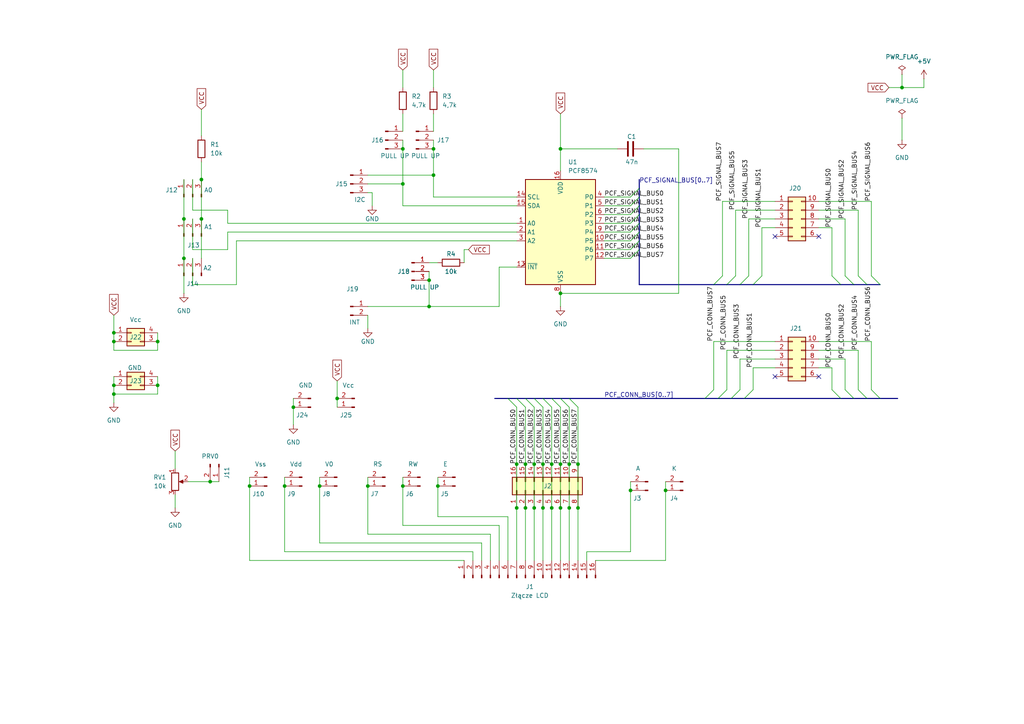
<source format=kicad_sch>
(kicad_sch (version 20231120) (generator "eeschema") (generator_version "8.0")
  (paper "A4")
  (lib_symbols
    (symbol "Connector:Conn_01x02_Pin" (pin_names (offset 1.016) hide)
      (property "Reference" "J" (at 0 2.54 0))
      (property "Value" "Conn_01x02_Pin" (at 0 -5.08 0))
      (symbol "Conn_01x02_Pin_1_1"
        (polyline (pts (xy 1.27 -2.54) (xy 0.8636 -2.54)) (stroke (width 0.1524)))
        (polyline (pts (xy 1.27 0) (xy 0.8636 0)) (stroke (width 0.1524)))
        (rectangle (start 0.8636 -2.413) (end 0 -2.667) (stroke (width 0.1524)) (fill (type outline)))
        (rectangle (start 0.8636 0.127) (end 0 -0.127) (stroke (width 0.1524)) (fill (type outline)))
        (pin passive line (at 5.08 0 180) (length 3.81) (name "Pin_1") (number "1"))
        (pin passive line (at 5.08 -2.54 180) (length 3.81) (name "Pin_2") (number "2"))
      )
    )
    (symbol "Connector:Conn_01x03_Pin" (pin_names (offset 1.016) hide)
      (property "Reference" "J" (at 0 5.08 0))
      (property "Value" "Conn_01x03_Pin" (at 0 -5.08 0))
      (symbol "Conn_01x03_Pin_1_1"
        (polyline (pts (xy 1.27 -2.54) (xy 0.8636 -2.54)) (stroke (width 0.1524)))
        (polyline (pts (xy 1.27 0) (xy 0.8636 0)) (stroke (width 0.1524)))
        (polyline (pts (xy 1.27 2.54) (xy 0.8636 2.54)) (stroke (width 0.1524)))
        (rectangle (start 0.8636 -2.413) (end 0 -2.667) (stroke (width 0.1524)) (fill (type outline)))
        (rectangle (start 0.8636 0.127) (end 0 -0.127) (stroke (width 0.1524)) (fill (type outline)))
        (rectangle (start 0.8636 2.667) (end 0 2.413) (stroke (width 0.1524)) (fill (type outline)))
        (pin passive line (at 5.08 2.54 180) (length 3.81) (name "Pin_1") (number "1"))
        (pin passive line (at 5.08 0 180) (length 3.81) (name "Pin_2") (number "2"))
        (pin passive line (at 5.08 -2.54 180) (length 3.81) (name "Pin_3") (number "3"))
      )
    )
    (symbol "Connector:Conn_01x16_Pin" (pin_names (offset 1.016) hide)
      (property "Reference" "J" (at 0 20.32 0))
      (property "Value" "Conn_01x16_Pin" (at 0 -22.86 0))
      (symbol "Conn_01x16_Pin_1_1"
        (polyline (pts (xy 1.27 -20.32) (xy 0.8636 -20.32)) (stroke (width 0.1524)))
        (polyline (pts (xy 1.27 -17.78) (xy 0.8636 -17.78)) (stroke (width 0.1524)))
        (polyline (pts (xy 1.27 -15.24) (xy 0.8636 -15.24)) (stroke (width 0.1524)))
        (polyline (pts (xy 1.27 -12.7) (xy 0.8636 -12.7)) (stroke (width 0.1524)))
        (polyline (pts (xy 1.27 -10.16) (xy 0.8636 -10.16)) (stroke (width 0.1524)))
        (polyline (pts (xy 1.27 -7.62) (xy 0.8636 -7.62)) (stroke (width 0.1524)))
        (polyline (pts (xy 1.27 -5.08) (xy 0.8636 -5.08)) (stroke (width 0.1524)))
        (polyline (pts (xy 1.27 -2.54) (xy 0.8636 -2.54)) (stroke (width 0.1524)))
        (polyline (pts (xy 1.27 0) (xy 0.8636 0)) (stroke (width 0.1524)))
        (polyline (pts (xy 1.27 2.54) (xy 0.8636 2.54)) (stroke (width 0.1524)))
        (polyline (pts (xy 1.27 5.08) (xy 0.8636 5.08)) (stroke (width 0.1524)))
        (polyline (pts (xy 1.27 7.62) (xy 0.8636 7.62)) (stroke (width 0.1524)))
        (polyline (pts (xy 1.27 10.16) (xy 0.8636 10.16)) (stroke (width 0.1524)))
        (polyline (pts (xy 1.27 12.7) (xy 0.8636 12.7)) (stroke (width 0.1524)))
        (polyline (pts (xy 1.27 15.24) (xy 0.8636 15.24)) (stroke (width 0.1524)))
        (polyline (pts (xy 1.27 17.78) (xy 0.8636 17.78)) (stroke (width 0.1524)))
        (rectangle (start 0.8636 -20.193) (end 0 -20.447) (stroke (width 0.1524)) (fill (type outline)))
        (rectangle (start 0.8636 -17.653) (end 0 -17.907) (stroke (width 0.1524)) (fill (type outline)))
        (rectangle (start 0.8636 -15.113) (end 0 -15.367) (stroke (width 0.1524)) (fill (type outline)))
        (rectangle (start 0.8636 -12.573) (end 0 -12.827) (stroke (width 0.1524)) (fill (type outline)))
        (rectangle (start 0.8636 -10.033) (end 0 -10.287) (stroke (width 0.1524)) (fill (type outline)))
        (rectangle (start 0.8636 -7.493) (end 0 -7.747) (stroke (width 0.1524)) (fill (type outline)))
        (rectangle (start 0.8636 -4.953) (end 0 -5.207) (stroke (width 0.1524)) (fill (type outline)))
        (rectangle (start 0.8636 -2.413) (end 0 -2.667) (stroke (width 0.1524)) (fill (type outline)))
        (rectangle (start 0.8636 0.127) (end 0 -0.127) (stroke (width 0.1524)) (fill (type outline)))
        (rectangle (start 0.8636 2.667) (end 0 2.413) (stroke (width 0.1524)) (fill (type outline)))
        (rectangle (start 0.8636 5.207) (end 0 4.953) (stroke (width 0.1524)) (fill (type outline)))
        (rectangle (start 0.8636 7.747) (end 0 7.493) (stroke (width 0.1524)) (fill (type outline)))
        (rectangle (start 0.8636 10.287) (end 0 10.033) (stroke (width 0.1524)) (fill (type outline)))
        (rectangle (start 0.8636 12.827) (end 0 12.573) (stroke (width 0.1524)) (fill (type outline)))
        (rectangle (start 0.8636 15.367) (end 0 15.113) (stroke (width 0.1524)) (fill (type outline)))
        (rectangle (start 0.8636 17.907) (end 0 17.653) (stroke (width 0.1524)) (fill (type outline)))
        (pin passive line (at 5.08 17.78 180) (length 3.81) (name "Pin_1") (number "1"))
        (pin passive line (at 5.08 -5.08 180) (length 3.81) (name "Pin_10") (number "10"))
        (pin passive line (at 5.08 -7.62 180) (length 3.81) (name "Pin_11") (number "11"))
        (pin passive line (at 5.08 -10.16 180) (length 3.81) (name "Pin_12") (number "12"))
        (pin passive line (at 5.08 -12.7 180) (length 3.81) (name "Pin_13") (number "13"))
        (pin passive line (at 5.08 -15.24 180) (length 3.81) (name "Pin_14") (number "14"))
        (pin passive line (at 5.08 -17.78 180) (length 3.81) (name "Pin_15") (number "15"))
        (pin passive line (at 5.08 -20.32 180) (length 3.81) (name "Pin_16") (number "16"))
        (pin passive line (at 5.08 15.24 180) (length 3.81) (name "Pin_2") (number "2"))
        (pin passive line (at 5.08 12.7 180) (length 3.81) (name "Pin_3") (number "3"))
        (pin passive line (at 5.08 10.16 180) (length 3.81) (name "Pin_4") (number "4"))
        (pin passive line (at 5.08 7.62 180) (length 3.81) (name "Pin_5") (number "5"))
        (pin passive line (at 5.08 5.08 180) (length 3.81) (name "Pin_6") (number "6"))
        (pin passive line (at 5.08 2.54 180) (length 3.81) (name "Pin_7") (number "7"))
        (pin passive line (at 5.08 0 180) (length 3.81) (name "Pin_8") (number "8"))
        (pin passive line (at 5.08 -2.54 180) (length 3.81) (name "Pin_9") (number "9"))
      )
    )
    (symbol "Connector_Generic:Conn_02x02_Counter_Clockwise" (pin_names (offset 1.016) hide)
      (property "Reference" "J" (at 1.27 2.54 0))
      (property "Value" "Conn_02x02_Counter_Clockwise" (at 1.27 -5.08 0))
      (symbol "Conn_02x02_Counter_Clockwise_1_1"
        (rectangle (start -1.27 -2.413) (end 0 -2.667) (stroke (width 0.1524)))
        (rectangle (start -1.27 0.127) (end 0 -0.127) (stroke (width 0.1524)))
        (rectangle (start -1.27 1.27) (end 3.81 -3.81) (stroke (width 0.254)) (fill (type background)))
        (rectangle (start 3.81 -2.413) (end 2.54 -2.667) (stroke (width 0.1524)))
        (rectangle (start 3.81 0.127) (end 2.54 -0.127) (stroke (width 0.1524)))
        (pin passive line (at -5.08 0 0) (length 3.81) (name "Pin_1") (number "1"))
        (pin passive line (at -5.08 -2.54 0) (length 3.81) (name "Pin_2") (number "2"))
        (pin passive line (at 7.62 -2.54 180) (length 3.81) (name "Pin_3") (number "3"))
        (pin passive line (at 7.62 0 180) (length 3.81) (name "Pin_4") (number "4"))
      )
    )
    (symbol "Connector_Generic:Conn_02x05_Counter_Clockwise" (pin_names (offset 1.016) hide)
      (property "Reference" "J" (at 1.27 7.62 0))
      (property "Value" "Conn_02x05_Counter_Clockwise" (at 1.27 -7.62 0))
      (symbol "Conn_02x05_Counter_Clockwise_1_1"
        (rectangle (start -1.27 -4.953) (end 0 -5.207) (stroke (width 0.1524)))
        (rectangle (start -1.27 -2.413) (end 0 -2.667) (stroke (width 0.1524)))
        (rectangle (start -1.27 0.127) (end 0 -0.127) (stroke (width 0.1524)))
        (rectangle (start -1.27 2.667) (end 0 2.413) (stroke (width 0.1524)))
        (rectangle (start -1.27 5.207) (end 0 4.953) (stroke (width 0.1524)))
        (rectangle (start -1.27 6.35) (end 3.81 -6.35) (stroke (width 0.254)) (fill (type background)))
        (rectangle (start 3.81 -4.953) (end 2.54 -5.207) (stroke (width 0.1524)))
        (rectangle (start 3.81 -2.413) (end 2.54 -2.667) (stroke (width 0.1524)))
        (rectangle (start 3.81 0.127) (end 2.54 -0.127) (stroke (width 0.1524)))
        (rectangle (start 3.81 2.667) (end 2.54 2.413) (stroke (width 0.1524)))
        (rectangle (start 3.81 5.207) (end 2.54 4.953) (stroke (width 0.1524)))
        (pin passive line (at -5.08 5.08 0) (length 3.81) (name "Pin_1") (number "1"))
        (pin passive line (at 7.62 5.08 180) (length 3.81) (name "Pin_10") (number "10"))
        (pin passive line (at -5.08 2.54 0) (length 3.81) (name "Pin_2") (number "2"))
        (pin passive line (at -5.08 0 0) (length 3.81) (name "Pin_3") (number "3"))
        (pin passive line (at -5.08 -2.54 0) (length 3.81) (name "Pin_4") (number "4"))
        (pin passive line (at -5.08 -5.08 0) (length 3.81) (name "Pin_5") (number "5"))
        (pin passive line (at 7.62 -5.08 180) (length 3.81) (name "Pin_6") (number "6"))
        (pin passive line (at 7.62 -2.54 180) (length 3.81) (name "Pin_7") (number "7"))
        (pin passive line (at 7.62 0 180) (length 3.81) (name "Pin_8") (number "8"))
        (pin passive line (at 7.62 2.54 180) (length 3.81) (name "Pin_9") (number "9"))
      )
    )
    (symbol "Connector_Generic:Conn_02x08_Counter_Clockwise" (pin_names (offset 1.016) hide)
      (property "Reference" "J" (at 1.27 10.16 0))
      (property "Value" "Conn_02x08_Counter_Clockwise" (at 1.27 -12.7 0))
      (symbol "Conn_02x08_Counter_Clockwise_1_1"
        (rectangle (start -1.27 -10.033) (end 0 -10.287) (stroke (width 0.1524)))
        (rectangle (start -1.27 -7.493) (end 0 -7.747) (stroke (width 0.1524)))
        (rectangle (start -1.27 -4.953) (end 0 -5.207) (stroke (width 0.1524)))
        (rectangle (start -1.27 -2.413) (end 0 -2.667) (stroke (width 0.1524)))
        (rectangle (start -1.27 0.127) (end 0 -0.127) (stroke (width 0.1524)))
        (rectangle (start -1.27 2.667) (end 0 2.413) (stroke (width 0.1524)))
        (rectangle (start -1.27 5.207) (end 0 4.953) (stroke (width 0.1524)))
        (rectangle (start -1.27 7.747) (end 0 7.493) (stroke (width 0.1524)))
        (rectangle (start -1.27 8.89) (end 3.81 -11.43) (stroke (width 0.254)) (fill (type background)))
        (rectangle (start 3.81 -10.033) (end 2.54 -10.287) (stroke (width 0.1524)))
        (rectangle (start 3.81 -7.493) (end 2.54 -7.747) (stroke (width 0.1524)))
        (rectangle (start 3.81 -4.953) (end 2.54 -5.207) (stroke (width 0.1524)))
        (rectangle (start 3.81 -2.413) (end 2.54 -2.667) (stroke (width 0.1524)))
        (rectangle (start 3.81 0.127) (end 2.54 -0.127) (stroke (width 0.1524)))
        (rectangle (start 3.81 2.667) (end 2.54 2.413) (stroke (width 0.1524)))
        (rectangle (start 3.81 5.207) (end 2.54 4.953) (stroke (width 0.1524)))
        (rectangle (start 3.81 7.747) (end 2.54 7.493) (stroke (width 0.1524)))
        (pin passive line (at -5.08 7.62 0) (length 3.81) (name "Pin_1") (number "1"))
        (pin passive line (at 7.62 -7.62 180) (length 3.81) (name "Pin_10") (number "10"))
        (pin passive line (at 7.62 -5.08 180) (length 3.81) (name "Pin_11") (number "11"))
        (pin passive line (at 7.62 -2.54 180) (length 3.81) (name "Pin_12") (number "12"))
        (pin passive line (at 7.62 0 180) (length 3.81) (name "Pin_13") (number "13"))
        (pin passive line (at 7.62 2.54 180) (length 3.81) (name "Pin_14") (number "14"))
        (pin passive line (at 7.62 5.08 180) (length 3.81) (name "Pin_15") (number "15"))
        (pin passive line (at 7.62 7.62 180) (length 3.81) (name "Pin_16") (number "16"))
        (pin passive line (at -5.08 5.08 0) (length 3.81) (name "Pin_2") (number "2"))
        (pin passive line (at -5.08 2.54 0) (length 3.81) (name "Pin_3") (number "3"))
        (pin passive line (at -5.08 0 0) (length 3.81) (name "Pin_4") (number "4"))
        (pin passive line (at -5.08 -2.54 0) (length 3.81) (name "Pin_5") (number "5"))
        (pin passive line (at -5.08 -5.08 0) (length 3.81) (name "Pin_6") (number "6"))
        (pin passive line (at -5.08 -7.62 0) (length 3.81) (name "Pin_7") (number "7"))
        (pin passive line (at -5.08 -10.16 0) (length 3.81) (name "Pin_8") (number "8"))
        (pin passive line (at 7.62 -10.16 180) (length 3.81) (name "Pin_9") (number "9"))
      )
    )
    (symbol "Device:C" (pin_numbers hide) (pin_names (offset 0.254))
      (property "Reference" "C" (at 0.635 2.54 0))
      (property "Value" "C" (at 0.635 -2.54 0))
      (symbol "C_0_1"
        (polyline (pts (xy -2.032 -0.762) (xy 2.032 -0.762)) (stroke (width 0.508)))
        (polyline (pts (xy -2.032 0.762) (xy 2.032 0.762)) (stroke (width 0.508)))
      )
      (symbol "C_1_1"
        (pin passive line (at 0 3.81 270) (length 2.794) (name "~") (number "1"))
        (pin passive line (at 0 -3.81 90) (length 2.794) (name "~") (number "2"))
      )
    )
    (symbol "Device:R" (pin_numbers hide) (pin_names (offset 0))
      (property "Reference" "R" (at 2.032 0 90))
      (property "Value" "R" (at 0 0 90))
      (symbol "R_0_1"
        (rectangle (start -1.016 -2.54) (end 1.016 2.54) (stroke (width 0.254)))
      )
      (symbol "R_1_1"
        (pin passive line (at 0 3.81 270) (length 1.27) (name "~") (number "1"))
        (pin passive line (at 0 -3.81 90) (length 1.27) (name "~") (number "2"))
      )
    )
    (symbol "Device:R_Potentiometer" (pin_names (offset 1.016) hide)
      (property "Reference" "RV" (at -4.445 0 90))
      (property "Value" "R_Potentiometer" (at -2.54 0 90))
      (symbol "R_Potentiometer_0_1"
        (polyline (pts (xy 2.54 0) (xy 1.524 0)))
        (polyline (pts (xy 1.143 0) (xy 2.286 0.508) (xy 2.286 -0.508) (xy 1.143 0)) (fill (type outline)))
        (rectangle (start 1.016 2.54) (end -1.016 -2.54) (stroke (width 0.254)))
      )
      (symbol "R_Potentiometer_1_1"
        (pin passive line (at 0 3.81 270) (length 1.27) (name "1") (number "1"))
        (pin passive line (at 3.81 0 180) (length 1.27) (name "2") (number "2"))
        (pin passive line (at 0 -3.81 90) (length 1.27) (name "3") (number "3"))
      )
    )
    (symbol "Interface_Expansion:PCF8574"
      (property "Reference" "U" (at -8.89 16.51 0))
      (property "Value" "PCF8574" (at 2.54 16.51 0))
      (symbol "PCF8574_0_1"
        (rectangle (start -10.16 15.24) (end 10.16 -15.24) (stroke (width 0.254)) (fill (type background)))
      )
      (symbol "PCF8574_1_1"
        (pin input line (at -12.7 2.54 0) (length 2.54) (name "A0") (number "1"))
        (pin bidirectional line (at 12.7 -2.54 180) (length 2.54) (name "P5") (number "10"))
        (pin bidirectional line (at 12.7 -5.08 180) (length 2.54) (name "P6") (number "11"))
        (pin bidirectional line (at 12.7 -7.62 180) (length 2.54) (name "P7") (number "12"))
        (pin open_collector output_low (at -12.7 -10.16 0) (length 2.54) (name "~{INT}") (number "13"))
        (pin input line (at -12.7 10.16 0) (length 2.54) (name "SCL") (number "14"))
        (pin bidirectional line (at -12.7 7.62 0) (length 2.54) (name "SDA") (number "15"))
        (pin power_in line (at 0 17.78 270) (length 2.54) (name "VDD") (number "16"))
        (pin input line (at -12.7 0 0) (length 2.54) (name "A1") (number "2"))
        (pin input line (at -12.7 -2.54 0) (length 2.54) (name "A2") (number "3"))
        (pin bidirectional line (at 12.7 10.16 180) (length 2.54) (name "P0") (number "4"))
        (pin bidirectional line (at 12.7 7.62 180) (length 2.54) (name "P1") (number "5"))
        (pin bidirectional line (at 12.7 5.08 180) (length 2.54) (name "P2") (number "6"))
        (pin bidirectional line (at 12.7 2.54 180) (length 2.54) (name "P3") (number "7"))
        (pin power_in line (at 0 -17.78 90) (length 2.54) (name "VSS") (number "8"))
        (pin bidirectional line (at 12.7 0 180) (length 2.54) (name "P4") (number "9"))
      )
    )
    (symbol "power:+5V" (power) (pin_numbers hide) (pin_names (offset 0) hide)
      (property "Value" "+5V" (at 0 3.556 0))
      (symbol "+5V_0_1"
        (polyline (pts (xy -0.762 1.27) (xy 0 2.54)))
        (polyline (pts (xy 0 0) (xy 0 2.54)))
        (polyline (pts (xy 0 2.54) (xy 0.762 1.27)))
      )
      (symbol "+5V_1_1"
        (pin power_in line (at 0 0 90) (length 0) (name "~") (number "1"))
      )
    )
    (symbol "power:GND" (power) (pin_numbers hide) (pin_names (offset 0) hide)
      (property "Value" "GND" (at 0 -3.81 0))
      (symbol "GND_0_1"
        (polyline (pts (xy 0 0) (xy 0 -1.27) (xy 1.27 -1.27) (xy 0 -2.54) (xy -1.27 -1.27) (xy 0 -1.27)))
      )
      (symbol "GND_1_1"
        (pin power_in line (at 0 0 270) (length 0) (name "~") (number "1"))
      )
    )
    (symbol "power:PWR_FLAG" (power) (pin_numbers hide) (pin_names (offset 0) hide)
      (property "Value" "PWR_FLAG" (at 0 3.81 0))
      (symbol "PWR_FLAG_0_0"
        (pin power_out line (at 0 0 90) (length 0) (name "~") (number "1"))
      )
      (symbol "PWR_FLAG_0_1"
        (polyline (pts (xy 0 0) (xy 0 1.27) (xy -1.016 1.905) (xy 0 2.54) (xy 1.016 1.905) (xy 0 1.27)))
      )
    )
  )
  (junction (at 162.56 134.62))
  (junction (at 162.56 43.18))
  (junction (at 85.09 118.11))
  (junction (at 149.86 147.32))
  (junction (at 53.34 63.5))
  (junction (at 124.46 88.9))
  (junction (at 152.4 147.32))
  (junction (at 160.02 134.62))
  (junction (at 162.56 147.32))
  (junction (at 167.64 147.32))
  (junction (at 116.84 43.18))
  (junction (at 154.94 147.32))
  (junction (at 157.48 134.62))
  (junction (at 92.71 140.97))
  (junction (at 60.96 139.7))
  (junction (at 127 140.97))
  (junction (at 157.48 147.32))
  (junction (at 33.02 114.3))
  (junction (at 82.55 140.97))
  (junction (at 116.84 140.97))
  (junction (at 160.02 147.32))
  (junction (at 165.1 147.32))
  (junction (at 182.88 142.24))
  (junction (at 72.39 140.97))
  (junction (at 45.72 99.06))
  (junction (at 124.46 81.28))
  (junction (at 53.34 74.93))
  (junction (at 125.73 43.18))
  (junction (at 261.62 25.4))
  (junction (at 58.42 63.5))
  (junction (at 165.1 134.62))
  (junction (at 193.04 142.24))
  (junction (at 149.86 134.62))
  (junction (at 45.72 111.76))
  (junction (at 33.02 111.76))
  (junction (at 167.64 134.62))
  (junction (at 106.68 140.97))
  (junction (at 125.73 50.8))
  (junction (at 33.02 96.52))
  (junction (at 152.4 134.62))
  (junction (at 97.79 115.57))
  (junction (at 154.94 134.62))
  (junction (at 116.84 53.34))
  (junction (at 33.02 99.06))
  (junction (at 58.42 52.07))
  (junction (at 162.56 85.09))
  (no_connect (at 237.49 109.22))
  (no_connect (at 237.49 68.58))
  (no_connect (at 224.79 109.22))
  (no_connect (at 224.79 68.58))
  (bus_entry (at 255.27 115.57) (size -2.54 -2.54))
  (bus_entry (at 149.86 115.57) (size 2.54 2.54))
  (bus_entry (at 247.65 115.57) (size -2.54 -2.54))
  (bus_entry (at 243.84 115.57) (size -2.54 -2.54))
  (bus_entry (at 152.4 115.57) (size 2.54 2.54))
  (bus_entry (at 185.42 64.77) (size -2.54 2.54))
  (bus_entry (at 165.1 115.57) (size 2.54 2.54))
  (bus_entry (at 243.84 82.55) (size -2.54 -2.54))
  (bus_entry (at 204.47 115.57) (size 2.54 -2.54))
  (bus_entry (at 154.94 115.57) (size 2.54 2.54))
  (bus_entry (at 160.02 115.57) (size 2.54 2.54))
  (bus_entry (at 147.32 115.57) (size 2.54 2.54))
  (bus_entry (at 214.63 82.55) (size 2.54 -2.54))
  (bus_entry (at 185.42 57.15) (size -2.54 2.54))
  (bus_entry (at 247.65 82.55) (size -2.54 -2.54))
  (bus_entry (at 218.44 82.55) (size 2.54 -2.54))
  (bus_entry (at 251.46 82.55) (size -2.54 -2.54))
  (bus_entry (at 185.42 72.39) (size -2.54 2.54))
  (bus_entry (at 185.42 67.31) (size -2.54 2.54))
  (bus_entry (at 215.9 115.57) (size 2.54 -2.54))
  (bus_entry (at 185.42 62.23) (size -2.54 2.54))
  (bus_entry (at 185.42 54.61) (size -2.54 2.54))
  (bus_entry (at 185.42 69.85) (size -2.54 2.54))
  (bus_entry (at 208.28 115.57) (size 2.54 -2.54))
  (bus_entry (at 255.27 82.55) (size -2.54 -2.54))
  (bus_entry (at 210.82 82.55) (size 2.54 -2.54))
  (bus_entry (at 207.01 82.55) (size 2.54 -2.54))
  (bus_entry (at 251.46 115.57) (size -2.54 -2.54))
  (bus_entry (at 157.48 115.57) (size 2.54 2.54))
  (bus_entry (at 162.56 115.57) (size 2.54 2.54))
  (bus_entry (at 212.09 115.57) (size 2.54 -2.54))
  (bus_entry (at 185.42 59.69) (size -2.54 2.54))
  (wire (pts (xy 92.71 138.43) (xy 92.71 140.97)))
  (wire (pts (xy 245.11 104.14) (xy 237.49 104.14)))
  (wire (pts (xy 144.78 77.47) (xy 144.78 88.9)))
  (wire (pts (xy 33.02 91.44) (xy 33.02 96.52)))
  (wire (pts (xy 207.01 113.03) (xy 207.01 99.06)))
  (bus (pts (xy 160.02 115.57) (xy 162.56 115.57)))
  (wire (pts (xy 97.79 115.57) (xy 97.79 118.11)))
  (bus (pts (xy 143.51 115.57) (xy 147.32 115.57)))
  (wire (pts (xy 58.42 52.07) (xy 58.42 63.5)))
  (wire (pts (xy 116.84 138.43) (xy 116.84 140.97)))
  (wire (pts (xy 53.34 52.07) (xy 53.34 63.5)))
  (wire (pts (xy 124.46 76.2) (xy 127 76.2)))
  (wire (pts (xy 261.62 25.4) (xy 267.97 25.4)))
  (wire (pts (xy 182.88 142.24) (xy 182.88 160.02)))
  (wire (pts (xy 33.02 114.3) (xy 33.02 116.84)))
  (bus (pts (xy 185.42 72.39) (xy 185.42 82.55)))
  (wire (pts (xy 33.02 96.52) (xy 33.02 99.06)))
  (wire (pts (xy 193.04 139.7) (xy 193.04 142.24)))
  (bus (pts (xy 185.42 69.85) (xy 185.42 72.39)))
  (wire (pts (xy 149.86 134.62) (xy 149.86 147.32)))
  (wire (pts (xy 45.72 109.22) (xy 45.72 111.76)))
  (wire (pts (xy 175.26 59.69) (xy 182.88 59.69)))
  (wire (pts (xy 147.32 149.86) (xy 127 149.86)))
  (wire (pts (xy 162.56 85.09) (xy 196.85 85.09)))
  (wire (pts (xy 124.46 81.28) (xy 124.46 88.9)))
  (wire (pts (xy 193.04 162.56) (xy 193.04 142.24)))
  (wire (pts (xy 157.48 134.62) (xy 157.48 147.32)))
  (wire (pts (xy 66.04 60.96) (xy 66.04 64.77)))
  (wire (pts (xy 144.78 152.4) (xy 116.84 152.4)))
  (wire (pts (xy 97.79 110.49) (xy 97.79 115.57)))
  (wire (pts (xy 125.73 50.8) (xy 125.73 57.15)))
  (wire (pts (xy 175.26 74.93) (xy 182.88 74.93)))
  (wire (pts (xy 54.61 139.7) (xy 60.96 139.7)))
  (wire (pts (xy 162.56 33.02) (xy 162.56 43.18)))
  (wire (pts (xy 125.73 43.18) (xy 125.73 50.8)))
  (wire (pts (xy 257.81 25.4) (xy 261.62 25.4)))
  (wire (pts (xy 82.55 140.97) (xy 82.55 160.02)))
  (wire (pts (xy 241.3 66.04) (xy 237.49 66.04)))
  (wire (pts (xy 165.1 147.32) (xy 165.1 162.56)))
  (bus (pts (xy 185.42 59.69) (xy 185.42 62.23)))
  (wire (pts (xy 85.09 115.57) (xy 85.09 118.11)))
  (bus (pts (xy 251.46 82.55) (xy 255.27 82.55)))
  (wire (pts (xy 72.39 140.97) (xy 72.39 162.56)))
  (bus (pts (xy 185.42 52.07) (xy 185.42 54.61)))
  (wire (pts (xy 220.98 80.01) (xy 220.98 66.04)))
  (wire (pts (xy 217.17 80.01) (xy 217.17 63.5)))
  (wire (pts (xy 172.72 162.56) (xy 193.04 162.56)))
  (wire (pts (xy 160.02 134.62) (xy 160.02 147.32)))
  (wire (pts (xy 170.18 162.56) (xy 170.18 160.02)))
  (wire (pts (xy 68.58 82.55) (xy 68.58 69.85)))
  (bus (pts (xy 185.42 62.23) (xy 185.42 64.77)))
  (wire (pts (xy 134.62 72.39) (xy 134.62 76.2)))
  (wire (pts (xy 45.72 99.06) (xy 45.72 101.6)))
  (wire (pts (xy 196.85 43.18) (xy 186.69 43.18)))
  (wire (pts (xy 106.68 50.8) (xy 125.73 50.8)))
  (wire (pts (xy 245.11 113.03) (xy 245.11 104.14)))
  (bus (pts (xy 247.65 82.55) (xy 251.46 82.55)))
  (bus (pts (xy 243.84 82.55) (xy 247.65 82.55)))
  (wire (pts (xy 210.82 101.6) (xy 224.79 101.6)))
  (wire (pts (xy 139.7 162.56) (xy 139.7 157.48)))
  (wire (pts (xy 55.88 63.5) (xy 55.88 72.39)))
  (bus (pts (xy 207.01 82.55) (xy 210.82 82.55)))
  (wire (pts (xy 160.02 147.32) (xy 160.02 162.56)))
  (bus (pts (xy 165.1 115.57) (xy 204.47 115.57)))
  (wire (pts (xy 45.72 114.3) (xy 33.02 114.3)))
  (wire (pts (xy 241.3 66.04) (xy 241.3 80.01)))
  (wire (pts (xy 245.11 80.01) (xy 245.11 63.5)))
  (wire (pts (xy 213.36 80.01) (xy 213.36 60.96)))
  (wire (pts (xy 175.26 67.31) (xy 182.88 67.31)))
  (wire (pts (xy 85.09 118.11) (xy 85.09 123.19)))
  (wire (pts (xy 116.84 140.97) (xy 116.84 152.4)))
  (wire (pts (xy 152.4 147.32) (xy 152.4 162.56)))
  (wire (pts (xy 127 138.43) (xy 127 140.97)))
  (wire (pts (xy 106.68 138.43) (xy 106.68 140.97)))
  (wire (pts (xy 53.34 74.93) (xy 53.34 85.09)))
  (bus (pts (xy 215.9 115.57) (xy 243.84 115.57)))
  (bus (pts (xy 185.42 82.55) (xy 207.01 82.55)))
  (wire (pts (xy 218.44 106.68) (xy 224.79 106.68)))
  (bus (pts (xy 214.63 82.55) (xy 218.44 82.55)))
  (wire (pts (xy 107.95 55.88) (xy 107.95 59.69)))
  (wire (pts (xy 175.26 64.77) (xy 182.88 64.77)))
  (wire (pts (xy 124.46 78.74) (xy 124.46 81.28)))
  (bus (pts (xy 152.4 115.57) (xy 154.94 115.57)))
  (wire (pts (xy 162.56 43.18) (xy 162.56 49.53)))
  (wire (pts (xy 116.84 43.18) (xy 116.84 53.34)))
  (wire (pts (xy 125.73 33.02) (xy 125.73 38.1)))
  (wire (pts (xy 33.02 109.22) (xy 33.02 111.76)))
  (bus (pts (xy 185.42 57.15) (xy 185.42 59.69)))
  (wire (pts (xy 252.73 99.06) (xy 237.49 99.06)))
  (wire (pts (xy 149.86 147.32) (xy 149.86 162.56)))
  (wire (pts (xy 237.49 63.5) (xy 245.11 63.5)))
  (wire (pts (xy 207.01 99.06) (xy 224.79 99.06)))
  (wire (pts (xy 147.32 162.56) (xy 147.32 149.86)))
  (wire (pts (xy 167.64 147.32) (xy 167.64 162.56)))
  (wire (pts (xy 144.78 162.56) (xy 144.78 152.4)))
  (wire (pts (xy 124.46 88.9) (xy 106.68 88.9)))
  (wire (pts (xy 214.63 104.14) (xy 224.79 104.14)))
  (bus (pts (xy 210.82 82.55) (xy 214.63 82.55)))
  (wire (pts (xy 160.02 118.11) (xy 160.02 134.62)))
  (wire (pts (xy 137.16 162.56) (xy 137.16 160.02)))
  (wire (pts (xy 55.88 72.39) (xy 66.04 72.39)))
  (wire (pts (xy 55.88 82.55) (xy 68.58 82.55)))
  (bus (pts (xy 218.44 82.55) (xy 243.84 82.55)))
  (wire (pts (xy 149.86 77.47) (xy 144.78 77.47)))
  (wire (pts (xy 50.8 143.51) (xy 50.8 147.32)))
  (wire (pts (xy 167.64 134.62) (xy 167.64 147.32)))
  (wire (pts (xy 248.92 101.6) (xy 237.49 101.6)))
  (wire (pts (xy 106.68 140.97) (xy 106.68 154.94)))
  (wire (pts (xy 142.24 154.94) (xy 106.68 154.94)))
  (bus (pts (xy 147.32 115.57) (xy 149.86 115.57)))
  (wire (pts (xy 152.4 118.11) (xy 152.4 134.62)))
  (wire (pts (xy 55.88 52.07) (xy 55.88 60.96)))
  (wire (pts (xy 162.56 147.32) (xy 162.56 162.56)))
  (wire (pts (xy 66.04 72.39) (xy 66.04 67.31)))
  (wire (pts (xy 220.98 66.04) (xy 224.79 66.04)))
  (wire (pts (xy 162.56 134.62) (xy 162.56 147.32)))
  (wire (pts (xy 58.42 63.5) (xy 58.42 74.93)))
  (wire (pts (xy 237.49 58.42) (xy 252.73 58.42)))
  (bus (pts (xy 247.65 115.57) (xy 251.46 115.57)))
  (wire (pts (xy 53.34 63.5) (xy 53.34 74.93)))
  (wire (pts (xy 116.84 40.64) (xy 116.84 43.18)))
  (wire (pts (xy 50.8 130.81) (xy 50.8 135.89)))
  (bus (pts (xy 185.42 54.61) (xy 185.42 57.15)))
  (wire (pts (xy 261.62 34.29) (xy 261.62 40.64)))
  (wire (pts (xy 135.89 72.39) (xy 134.62 72.39)))
  (wire (pts (xy 252.73 80.01) (xy 252.73 58.42)))
  (wire (pts (xy 209.55 58.42) (xy 224.79 58.42)))
  (wire (pts (xy 45.72 96.52) (xy 45.72 99.06)))
  (bus (pts (xy 185.42 67.31) (xy 185.42 69.85)))
  (wire (pts (xy 134.62 162.56) (xy 72.39 162.56)))
  (wire (pts (xy 241.3 106.68) (xy 237.49 106.68)))
  (wire (pts (xy 116.84 20.32) (xy 116.84 25.4)))
  (wire (pts (xy 66.04 64.77) (xy 149.86 64.77)))
  (wire (pts (xy 116.84 59.69) (xy 149.86 59.69)))
  (wire (pts (xy 45.72 111.76) (xy 45.72 114.3)))
  (wire (pts (xy 68.58 69.85) (xy 149.86 69.85)))
  (wire (pts (xy 241.3 113.03) (xy 241.3 106.68)))
  (wire (pts (xy 248.92 80.01) (xy 248.92 60.96)))
  (wire (pts (xy 214.63 113.03) (xy 214.63 104.14)))
  (wire (pts (xy 139.7 157.48) (xy 92.71 157.48)))
  (wire (pts (xy 55.88 74.93) (xy 55.88 82.55)))
  (wire (pts (xy 106.68 53.34) (xy 116.84 53.34)))
  (bus (pts (xy 204.47 115.57) (xy 208.28 115.57)))
  (wire (pts (xy 149.86 118.11) (xy 149.86 134.62)))
  (wire (pts (xy 72.39 138.43) (xy 72.39 140.97)))
  (wire (pts (xy 248.92 113.03) (xy 248.92 101.6)))
  (bus (pts (xy 212.09 115.57) (xy 215.9 115.57)))
  (wire (pts (xy 106.68 91.44) (xy 106.68 95.25)))
  (wire (pts (xy 261.62 21.59) (xy 261.62 25.4)))
  (wire (pts (xy 116.84 53.34) (xy 116.84 59.69)))
  (wire (pts (xy 125.73 40.64) (xy 125.73 43.18)))
  (wire (pts (xy 252.73 113.03) (xy 252.73 99.06)))
  (wire (pts (xy 162.56 118.11) (xy 162.56 134.62)))
  (wire (pts (xy 162.56 85.09) (xy 162.56 88.9)))
  (wire (pts (xy 165.1 118.11) (xy 165.1 134.62)))
  (wire (pts (xy 157.48 147.32) (xy 157.48 162.56)))
  (bus (pts (xy 255.27 115.57) (xy 260.35 115.57)))
  (bus (pts (xy 208.28 115.57) (xy 212.09 115.57)))
  (wire (pts (xy 154.94 118.11) (xy 154.94 134.62)))
  (bus (pts (xy 157.48 115.57) (xy 160.02 115.57)))
  (wire (pts (xy 92.71 140.97) (xy 92.71 157.48)))
  (bus (pts (xy 185.42 64.77) (xy 185.42 67.31)))
  (wire (pts (xy 137.16 160.02) (xy 82.55 160.02)))
  (wire (pts (xy 154.94 134.62) (xy 154.94 147.32)))
  (wire (pts (xy 144.78 88.9) (xy 124.46 88.9)))
  (wire (pts (xy 66.04 67.31) (xy 149.86 67.31)))
  (wire (pts (xy 55.88 60.96) (xy 66.04 60.96)))
  (bus (pts (xy 149.86 115.57) (xy 152.4 115.57)))
  (wire (pts (xy 106.68 55.88) (xy 107.95 55.88)))
  (wire (pts (xy 116.84 33.02) (xy 116.84 38.1)))
  (wire (pts (xy 218.44 113.03) (xy 218.44 106.68)))
  (bus (pts (xy 162.56 115.57) (xy 165.1 115.57)))
  (bus (pts (xy 251.46 115.57) (xy 255.27 115.57)))
  (wire (pts (xy 175.26 62.23) (xy 182.88 62.23)))
  (wire (pts (xy 182.88 139.7) (xy 182.88 142.24)))
  (wire (pts (xy 58.42 31.75) (xy 58.42 39.37)))
  (wire (pts (xy 82.55 138.43) (xy 82.55 140.97)))
  (wire (pts (xy 154.94 147.32) (xy 154.94 162.56)))
  (wire (pts (xy 267.97 22.86) (xy 267.97 25.4)))
  (wire (pts (xy 217.17 63.5) (xy 224.79 63.5)))
  (wire (pts (xy 152.4 134.62) (xy 152.4 147.32)))
  (wire (pts (xy 125.73 20.32) (xy 125.73 25.4)))
  (wire (pts (xy 45.72 101.6) (xy 33.02 101.6)))
  (wire (pts (xy 170.18 160.02) (xy 182.88 160.02)))
  (bus (pts (xy 154.94 115.57) (xy 157.48 115.57)))
  (wire (pts (xy 165.1 134.62) (xy 165.1 147.32)))
  (wire (pts (xy 237.49 60.96) (xy 248.92 60.96)))
  (wire (pts (xy 209.55 80.01) (xy 209.55 58.42)))
  (wire (pts (xy 175.26 69.85) (xy 182.88 69.85)))
  (wire (pts (xy 175.26 57.15) (xy 182.88 57.15)))
  (wire (pts (xy 33.02 101.6) (xy 33.02 99.06)))
  (wire (pts (xy 58.42 46.99) (xy 58.42 52.07)))
  (wire (pts (xy 33.02 111.76) (xy 33.02 114.3)))
  (bus (pts (xy 243.84 115.57) (xy 247.65 115.57)))
  (wire (pts (xy 162.56 43.18) (xy 179.07 43.18)))
  (wire (pts (xy 125.73 57.15) (xy 149.86 57.15)))
  (wire (pts (xy 60.96 139.7) (xy 63.5 139.7)))
  (wire (pts (xy 210.82 113.03) (xy 210.82 101.6)))
  (wire (pts (xy 175.26 72.39) (xy 182.88 72.39)))
  (wire (pts (xy 167.64 118.11) (xy 167.64 134.62)))
  (wire (pts (xy 213.36 60.96) (xy 224.79 60.96)))
  (wire (pts (xy 196.85 43.18) (xy 196.85 85.09)))
  (wire (pts (xy 127 140.97) (xy 127 149.86)))
  (wire (pts (xy 157.48 118.11) (xy 157.48 134.62)))
  (wire (pts (xy 142.24 162.56) (xy 142.24 154.94)))
  (label "PCF_SIGNAL_BUS5" (at 175.26 69.85 0))
  (label "PCF_CONN_BUS1" (at 152.4 134.62 90))
  (label "PCF_CONN_BUS2" (at 154.94 134.62 90))
  (label "PCF_CONN_BUS2" (at 245.11 104.14 90))
  (label "PCF_SIGNAL_BUS[0..7]" (at 185.42 53.34 0))
  (label "PCF_SIGNAL_BUS3" (at 217.17 63.5 90))
  (label "PCF_CONN_BUS5" (at 162.56 134.62 90))
  (label "PCF_CONN_BUS4" (at 248.92 101.6 90))
  (label "PCF_CONN_BUS0" (at 149.86 134.62 90))
  (label "PCF_CONN_BUS7" (at 167.64 134.62 90))
  (label "PCF_CONN_BUS7" (at 207.01 99.06 90))
  (label "PCF_SIGNAL_BUS4" (at 175.26 67.31 0))
  (label "PCF_CONN_BUS6" (at 165.1 134.62 90))
  (label "PCF_SIGNAL_BUS1" (at 220.98 66.04 90))
  (label "PCF_CONN_BUS6" (at 252.73 99.06 90))
  (label "PCF_SIGNAL_BUS6" (at 252.73 58.42 90))
  (label "PCF_CONN_BUS1" (at 218.44 106.68 90))
  (label "PCF_CONN_BUS[0..7]" (at 175.26 115.57 0))
  (label "PCF_SIGNAL_BUS2" (at 175.26 62.23 0))
  (label "PCF_CONN_BUS3" (at 157.48 134.62 90))
  (label "PCF_SIGNAL_BUS6" (at 175.26 72.39 0))
  (label "PCF_SIGNAL_BUS7" (at 175.26 74.93 0))
  (label "PCF_SIGNAL_BUS3" (at 175.26 64.77 0))
  (label "PCF_CONN_BUS5" (at 210.82 101.6 90))
  (label "PCF_SIGNAL_BUS2" (at 245.11 63.5 90))
  (label "PCF_CONN_BUS4" (at 160.02 134.62 90))
  (label "PCF_SIGNAL_BUS4" (at 248.92 60.96 90))
  (label "PCF_SIGNAL_BUS5" (at 213.36 60.96 90))
  (label "PCF_CONN_BUS3" (at 214.63 104.14 90))
  (label "PCF_SIGNAL_BUS0" (at 175.26 57.15 0))
  (label "PCF_CONN_BUS0" (at 241.3 106.68 90))
  (label "PCF_SIGNAL_BUS1" (at 175.26 59.69 0))
  (label "PCF_SIGNAL_BUS0" (at 241.3 66.04 90))
  (label "PCF_SIGNAL_BUS7" (at 209.55 58.42 90))
  (global_label "VCC" (shape input) (at 58.42 31.75 90) (property "Intersheetrefs" "${INTERSHEET_REFS}" (effects (hide yes))))
  (global_label "VCC" (shape input) (at 162.56 33.02 90) (property "Intersheetrefs" "${INTERSHEET_REFS}" (effects (hide yes))))
  (global_label "VCC" (shape input) (at 135.89 72.39 0) (property "Intersheetrefs" "${INTERSHEET_REFS}" (effects (hide yes))))
  (global_label "VCC" (shape input) (at 116.84 20.32 90) (property "Intersheetrefs" "${INTERSHEET_REFS}" (effects (hide yes))))
  (global_label "VCC" (shape input) (at 97.79 110.49 90) (property "Intersheetrefs" "${INTERSHEET_REFS}" (effects (hide yes))))
  (global_label "VCC" (shape input) (at 257.81 25.4 180) (property "Intersheetrefs" "${INTERSHEET_REFS}" (effects (hide yes))))
  (global_label "VCC" (shape input) (at 125.73 20.32 90) (property "Intersheetrefs" "${INTERSHEET_REFS}" (effects (hide yes))))
  (global_label "VCC" (shape input) (at 33.02 91.44 90) (property "Intersheetrefs" "${INTERSHEET_REFS}" (effects (hide yes))))
  (global_label "VCC" (shape input) (at 50.8 130.81 90) (property "Intersheetrefs" "${INTERSHEET_REFS}" (effects (hide yes))))
  (symbol (lib_id "power:PWR_FLAG") (at 261.62 21.59 0) (unit 1)
    (property "Reference" "#FLG01" (effects (hide yes)))
    (property "Value" "PWR_FLAG" (at 261.62 16.51 0))
    (property "Description" "Special symbol for telling ERC where power comes from" (effects (hide yes)))
  )
  (symbol (lib_id "Device:R") (at 58.42 43.18 0) (unit 1)
    (property "Reference" "R1" (at 60.96 41.9099 0) (effects (justify left)))
    (property "Value" "10k" (at 60.96 44.4499 0) (effects (justify left)))
    (property "Footprint" "Library:R_Axial_DIN0207_L6.3mm_D2.5mm_P10.16mm_Horizontal_square" (effects (hide yes)))
    (property "Description" "Resistor" (effects (hide yes)))
  )
  (symbol (lib_id "Device:R") (at 130.81 76.2 90) (unit 1)
    (property "Reference" "R4" (at 130.81 73.66 90))
    (property "Value" "10k" (at 130.81 78.74 90))
    (property "Footprint" "Library:R_Axial_DIN0207_L6.3mm_D2.5mm_P10.16mm_Horizontal_square" (effects (hide yes)))
    (property "Description" "Resistor" (effects (hide yes)))
  )
  (symbol (lib_id "Connector:Conn_01x02_Pin") (at 187.96 142.24 180) (unit 1)
    (property "Reference" "J3" (at 183.642 144.526 0) (effects (justify right)))
    (property "Value" "A" (at 184.404 135.89 0) (effects (justify right)))
    (property "Footprint" "Library:PinSocket_1x02_P2.54mm_Vertical_square" (effects (hide yes)))
    (property "Description" "Generic connector, single row, 01x02, script generated" (effects (hide yes)))
  )
  (symbol (lib_id "Device:R") (at 125.73 29.21 0) (unit 1)
    (property "Reference" "R3" (at 128.27 27.9399 0) (effects (justify left)))
    (property "Value" "4,7k" (at 128.27 30.4799 0) (effects (justify left)))
    (property "Footprint" "Library:R_Axial_DIN0207_L6.3mm_D2.5mm_P10.16mm_Horizontal_square" (effects (hide yes)))
    (property "Description" "Resistor" (effects (hide yes)))
  )
  (symbol (lib_id "Connector:Conn_01x03_Pin") (at 55.88 68.58 90) (unit 1)
    (property "Reference" "J13" (at 56.134 71.12 90))
    (property "Value" "A1" (at 60.452 65.786 90))
    (property "Footprint" "Library:PinSocket_1x03_P2.54mm_Vertical" (effects (hide yes)))
    (property "Description" "Generic connector, single row, 01x03, script generated" (effects (hide yes)))
  )
  (symbol (lib_id "power:GND") (at 162.56 88.9 0) (unit 1)
    (property "Reference" "#PWR07" (effects (hide yes)))
    (property "Value" "GND" (at 162.56 93.98 0))
    (property "Description" "Power symbol creates a global label with name \"GND\" , ground" (effects (hide yes)))
  )
  (symbol (lib_id "Connector:Conn_01x02_Pin") (at 101.6 88.9 0) (unit 1)
    (property "Reference" "J19" (at 102.235 83.82 0))
    (property "Value" "INT" (at 102.87 93.472 0))
    (property "Footprint" "Connector_PinSocket_2.54mm:PinSocket_1x02_P2.54mm_Vertical" (effects (hide yes)))
    (property "Description" "Generic connector, single row, 01x02, script generated" (effects (hide yes)))
  )
  (symbol (lib_id "power:PWR_FLAG") (at 261.62 34.29 0) (unit 1)
    (property "Reference" "#FLG02" (effects (hide yes)))
    (property "Value" "PWR_FLAG" (at 261.62 29.21 0))
    (property "Description" "Special symbol for telling ERC where power comes from" (effects (hide yes)))
  )
  (symbol (lib_id "Connector_Generic:Conn_02x05_Counter_Clockwise") (at 229.87 104.14 0) (unit 1)
    (property "Reference" "J21" (at 230.886 95.25 0))
    (property "Value" "Conn_02x05_Counter_Clockwise" (effects (hide yes)))
    (property "Footprint" "Library:PinSocket_2x05_P2.54mm_Vertical_LEZKA" (effects (hide yes)))
    (property "Description" "Generic connector, double row, 02x05, counter clockwise pin numbering scheme (similar to DIP package numbering), script generated (kicad-library-utils/schlib/autogen/connector/)" (effects (hide yes)))
  )
  (symbol (lib_id "power:GND") (at 261.62 40.64 0) (unit 1)
    (property "Reference" "#PWR02" (effects (hide yes)))
    (property "Value" "GND" (at 261.62 45.72 0))
    (property "Description" "Power symbol creates a global label with name \"GND\" , ground" (effects (hide yes)))
  )
  (symbol (lib_id "Connector:Conn_01x03_Pin") (at 120.65 40.64 0) (unit 1)
    (property "Reference" "J17" (at 128.524 40.64 0))
    (property "Value" "PULL UP" (at 123.444 45.212 0))
    (property "Footprint" "Library:PinSocket_1x03_P2.54mm_Vertical" (effects (hide yes)))
    (property "Description" "Generic connector, single row, 01x03, script generated" (effects (hide yes)))
  )
  (symbol (lib_id "Connector:Conn_01x02_Pin") (at 132.08 140.97 180) (unit 1)
    (property "Reference" "J5" (at 127.762 143.256 0) (effects (justify right)))
    (property "Value" "E" (at 128.524 134.62 0) (effects (justify right)))
    (property "Footprint" "Library:PinSocket_1x02_P2.54mm_Vertical_square" (effects (hide yes)))
    (property "Description" "Generic connector, single row, 01x02, script generated" (effects (hide yes)))
  )
  (symbol (lib_id "power:GND") (at 50.8 147.32 0) (unit 1)
    (property "Reference" "#PWR03" (effects (hide yes)))
    (property "Value" "GND" (at 50.8 152.4 0))
    (property "Description" "Power symbol creates a global label with name \"GND\" , ground" (effects (hide yes)))
  )
  (symbol (lib_id "Connector:Conn_01x03_Pin") (at 55.88 80.01 90) (unit 1)
    (property "Reference" "J14" (at 55.88 82.296 90))
    (property "Value" "A2" (at 60.198 77.724 90))
    (property "Footprint" "Library:PinSocket_1x03_P2.54mm_Vertical" (effects (hide yes)))
    (property "Description" "Generic connector, single row, 01x03, script generated" (effects (hide yes)))
  )
  (symbol (lib_id "power:GND") (at 53.34 85.09 0) (unit 1)
    (property "Reference" "#PWR04" (effects (hide yes)))
    (property "Value" "GND" (at 53.34 90.17 0))
    (property "Description" "Power symbol creates a global label with name \"GND\" , ground" (effects (hide yes)))
  )
  (symbol (lib_id "Connector:Conn_01x02_Pin") (at 121.92 140.97 180) (unit 1)
    (property "Reference" "J6" (at 117.602 143.256 0) (effects (justify right)))
    (property "Value" "RW" (at 118.364 134.62 0) (effects (justify right)))
    (property "Footprint" "Library:PinSocket_1x02_P2.54mm_Vertical_square" (effects (hide yes)))
    (property "Description" "Generic connector, single row, 01x02, script generated" (effects (hide yes)))
  )
  (symbol (lib_id "Interface_Expansion:PCF8574") (at 162.56 67.31 0) (unit 1)
    (property "Reference" "U1" (at 164.7541 46.99 0) (effects (justify left)))
    (property "Value" "PCF8574" (at 164.7541 49.53 0) (effects (justify left)))
    (property "Footprint" "Package_DIP:DIP-16_W7.62mm_Socket_LongPads" (effects (hide yes)))
    (property "Datasheet" "http://www.nxp.com/docs/en/data-sheet/PCF8574_PCF8574A.pdf" (effects (hide yes)))
    (property "Description" "8 Bit Port/Expander to I2C Bus, DIP/SOIC-16" (effects (hide yes)))
  )
  (symbol (lib_id "power:GND") (at 33.02 116.84 0) (unit 1)
    (property "Reference" "#PWR08" (effects (hide yes)))
    (property "Value" "GND" (at 33.02 121.92 0))
    (property "Description" "Power symbol creates a global label with name \"GND\" , ground" (effects (hide yes)))
  )
  (symbol (lib_id "power:GND") (at 85.09 123.19 0) (unit 1)
    (property "Reference" "#PWR09" (effects (hide yes)))
    (property "Value" "GND" (at 85.09 128.27 0))
    (property "Description" "Power symbol creates a global label with name \"GND\" , ground" (effects (hide yes)))
  )
  (symbol (lib_id "Connector:Conn_01x02_Pin") (at 77.47 140.97 180) (unit 1)
    (property "Reference" "J10" (at 73.152 143.256 0) (effects (justify right)))
    (property "Value" "Vss" (at 73.914 134.62 0) (effects (justify right)))
    (property "Footprint" "Library:PinSocket_1x02_P2.54mm_Vertical_square" (effects (hide yes)))
    (property "Description" "Generic connector, single row, 01x02, script generated" (effects (hide yes)))
  )
  (symbol (lib_id "Connector_Generic:Conn_02x02_Counter_Clockwise") (at 38.1 109.22 0) (unit 1)
    (property "Reference" "J23" (at 39.37 110.49 0))
    (property "Value" "GND" (at 39.116 106.68 0))
    (property "Footprint" "Connector_PinSocket_2.54mm:PinSocket_2x02_P2.54mm_Vertical" (effects (hide yes)))
    (property "Description" "Generic connector, double row, 02x02, counter clockwise pin numbering scheme (similar to DIP package numbering), script generated (kicad-library-utils/schlib/autogen/connector/)" (effects (hide yes)))
  )
  (symbol (lib_id "power:GND") (at 107.95 59.69 0) (unit 1)
    (property "Reference" "#PWR05" (effects (hide yes)))
    (property "Value" "GND" (at 107.95 63.5 0))
    (property "Description" "Power symbol creates a global label with name \"GND\" , ground" (effects (hide yes)))
  )
  (symbol (lib_id "Connector:Conn_01x03_Pin") (at 111.76 40.64 0) (unit 1)
    (property "Reference" "J16" (at 109.474 40.64 0))
    (property "Value" "PULL UP" (at 114.554 45.212 0))
    (property "Footprint" "Library:PinSocket_1x03_P2.54mm_Vertical" (effects (hide yes)))
    (property "Description" "Generic connector, single row, 01x03, script generated" (effects (hide yes)))
  )
  (symbol (lib_id "Connector:Conn_01x02_Pin") (at 111.76 140.97 180) (unit 1)
    (property "Reference" "J7" (at 107.442 143.256 0) (effects (justify right)))
    (property "Value" "RS" (at 108.204 134.62 0) (effects (justify right)))
    (property "Footprint" "Library:PinSocket_1x02_P2.54mm_Vertical_square" (effects (hide yes)))
    (property "Description" "Generic connector, single row, 01x02, script generated" (effects (hide yes)))
  )
  (symbol (lib_id "Connector:Conn_01x03_Pin") (at 55.88 57.15 90) (unit 1)
    (property "Reference" "J12" (at 49.784 55.118 90))
    (property "Value" "A0" (at 60.452 55.118 90))
    (property "Footprint" "Library:PinSocket_1x03_P2.54mm_Vertical" (effects (hide yes)))
    (property "Description" "Generic connector, single row, 01x03, script generated" (effects (hide yes)))
  )
  (symbol (lib_id "Connector:Conn_01x03_Pin") (at 119.38 78.74 0) (unit 1)
    (property "Reference" "J18" (at 117.094 78.74 0))
    (property "Value" "PULL UP" (at 123.19 83.312 0))
    (property "Footprint" "Library:PinSocket_1x03_P2.54mm_Vertical" (effects (hide yes)))
    (property "Description" "Generic connector, single row, 01x03, script generated" (effects (hide yes)))
  )
  (symbol (lib_id "Device:R") (at 116.84 29.21 0) (unit 1)
    (property "Reference" "R2" (at 119.38 27.9399 0) (effects (justify left)))
    (property "Value" "4,7k" (at 119.38 30.4799 0) (effects (justify left)))
    (property "Footprint" "Library:R_Axial_DIN0207_L6.3mm_D2.5mm_P10.16mm_Horizontal_square" (effects (hide yes)))
    (property "Description" "Resistor" (effects (hide yes)))
  )
  (symbol (lib_id "power:+5V") (at 267.97 22.86 0) (unit 1)
    (property "Reference" "#PWR01" (effects (hide yes)))
    (property "Value" "+5V" (at 267.97 17.78 0))
    (property "Description" "Power symbol creates a global label with name \"+5V\"" (effects (hide yes)))
  )
  (symbol (lib_id "Device:C") (at 182.88 43.18 270) (unit 1)
    (property "Reference" "C1" (at 181.864 39.624 90) (effects (justify left)))
    (property "Value" "47n" (at 181.356 46.99 90) (effects (justify left)))
    (property "Footprint" "Capacitor_THT:C_Disc_D8.0mm_W2.5mm_P5.00mm" (effects (hide yes)))
    (property "Description" "Unpolarized capacitor" (effects (hide yes)))
  )
  (symbol (lib_id "Connector:Conn_01x16_Pin") (at 152.4 167.64 90) (unit 1)
    (property "Reference" "J1" (at 153.67 170.18 90))
    (property "Value" "Złącze LCD" (at 153.67 172.72 90))
    (property "Footprint" "Connector_PinSocket_2.54mm:PinSocket_1x16_P2.54mm_Vertical" (effects (hide yes)))
    (property "Description" "Generic connector, single row, 01x16, script generated" (effects (hide yes)))
  )
  (symbol (lib_id "Connector_Generic:Conn_02x08_Counter_Clockwise") (at 157.48 142.24 90) (unit 1)
    (property "Reference" "J2" (at 160.02 140.97 90) (effects (justify left)))
    (property "Value" "Conn_02x08_Counter_Clockwise" (effects (hide yes)))
    (property "Footprint" "Connector_PinSocket_2.54mm:PinSocket_2x08_P2.54mm_Vertical" (effects (hide yes)))
    (property "Description" "Generic connector, double row, 02x08, counter clockwise pin numbering scheme (similar to DIP package numbering), script generated (kicad-library-utils/schlib/autogen/connector/)" (effects (hide yes)))
  )
  (symbol (lib_id "Connector:Conn_01x03_Pin") (at 101.6 53.34 0) (unit 1)
    (property "Reference" "J15" (at 99.06 53.34 0))
    (property "Value" "I2C" (at 104.394 57.912 0))
    (property "Footprint" "Library:PinSocket_1x03_P2.54mm_Vertical" (effects (hide yes)))
    (property "Description" "Generic connector, single row, 01x03, script generated" (effects (hide yes)))
  )
  (symbol (lib_id "Connector:Conn_01x02_Pin") (at 102.87 118.11 180) (unit 1)
    (property "Reference" "J25" (at 98.552 120.396 0) (effects (justify right)))
    (property "Value" "Vcc" (at 99.314 111.76 0) (effects (justify right)))
    (property "Footprint" "Library:PinSocket_1x02_P2.54mm_Vertical_square" (effects (hide yes)))
    (property "Description" "Generic connector, single row, 01x02, script generated" (effects (hide yes)))
  )
  (symbol (lib_id "Connector_Generic:Conn_02x05_Counter_Clockwise") (at 229.87 63.5 0) (unit 1)
    (property "Reference" "J20" (at 230.632 54.61 0))
    (property "Value" "Conn_02x05_Counter_Clockwise" (effects (hide yes)))
    (property "Footprint" "Library:PinSocket_2x05_P2.54mm_Vertical_LEZKA" (effects (hide yes)))
    (property "Description" "Generic connector, double row, 02x05, counter clockwise pin numbering scheme (similar to DIP package numbering), script generated (kicad-library-utils/schlib/autogen/connector/)" (effects (hide yes)))
  )
  (symbol (lib_id "Connector:Conn_01x02_Pin") (at 198.12 142.24 180) (unit 1)
    (property "Reference" "J4" (at 194.31 144.526 0) (effects (justify right)))
    (property "Value" "K" (at 194.818 135.89 0) (effects (justify right)))
    (property "Footprint" "Library:PinSocket_1x02_P2.54mm_Vertical_square" (effects (hide yes)))
    (property "Description" "Generic connector, single row, 01x02, script generated" (effects (hide yes)))
  )
  (symbol (lib_id "Connector:Conn_01x02_Pin") (at 97.79 140.97 180) (unit 1)
    (property "Reference" "J8" (at 93.472 143.256 0) (effects (justify right)))
    (property "Value" "V0" (at 94.234 134.62 0) (effects (justify right)))
    (property "Footprint" "Library:PinSocket_1x02_P2.54mm_Vertical_square" (effects (hide yes)))
    (property "Description" "Generic connector, single row, 01x02, script generated" (effects (hide yes)))
  )
  (symbol (lib_id "Connector_Generic:Conn_02x02_Counter_Clockwise") (at 38.1 96.52 0) (unit 1)
    (property "Reference" "J22" (at 39.37 97.79 0))
    (property "Value" "Vcc" (at 39.37 92.71 0))
    (property "Footprint" "Connector_PinSocket_2.54mm:PinSocket_2x02_P2.54mm_Vertical" (effects (hide yes)))
    (property "Description" "Generic connector, double row, 02x02, counter clockwise pin numbering scheme (similar to DIP package numbering), script generated (kicad-library-utils/schlib/autogen/connector/)" (effects (hide yes)))
  )
  (symbol (lib_id "Connector:Conn_01x02_Pin") (at 90.17 118.11 180) (unit 1)
    (property "Reference" "J24" (at 85.852 120.396 0) (effects (justify right)))
    (property "Value" "GND" (at 86.614 111.76 0) (effects (justify right)))
    (property "Footprint" "Library:PinSocket_1x02_P2.54mm_Vertical_square" (effects (hide yes)))
    (property "Description" "Generic connector, single row, 01x02, script generated" (effects (hide yes)))
  )
  (symbol (lib_id "power:GND") (at 106.68 95.25 0) (unit 1)
    (property "Reference" "#PWR06" (effects (hide yes)))
    (property "Value" "GND" (at 106.68 99.06 0))
    (property "Description" "Power symbol creates a global label with name \"GND\" , ground" (effects (hide yes)))
  )
  (symbol (lib_id "Connector:Conn_01x02_Pin") (at 63.5 134.62 270) (unit 1)
    (property "Reference" "J11" (at 65.786 138.938 0) (effects (justify right)))
    (property "Value" "PRV0" (at 63.5 132.334 90) (effects (justify right)))
    (property "Footprint" "Library:PinSocket_1x02_P2.54mm_Vertical_square" (effects (hide yes)))
    (property "Description" "Generic connector, single row, 01x02, script generated" (effects (hide yes)))
  )
  (symbol (lib_id "Connector:Conn_01x02_Pin") (at 87.63 140.97 180) (unit 1)
    (property "Reference" "J9" (at 83.312 143.256 0) (effects (justify right)))
    (property "Value" "Vdd" (at 84.074 134.62 0) (effects (justify right)))
    (property "Footprint" "Library:PinSocket_1x02_P2.54mm_Vertical_square" (effects (hide yes)))
    (property "Description" "Generic connector, single row, 01x02, script generated" (effects (hide yes)))
  )
  (symbol (lib_id "Device:R_Potentiometer") (at 50.8 139.7 0) (unit 1)
    (property "Reference" "RV1" (at 48.26 138.4299 0) (effects (justify right)))
    (property "Value" "10k" (at 48.26 140.9699 0) (effects (justify right)))
    (property "Footprint" "Potentiometer_THT:Potentiometer_ACP_CA9-H5_Horizontal" (effects (hide yes)))
    (property "Description" "Potentiometer" (effects (hide yes)))
  )
)
</source>
